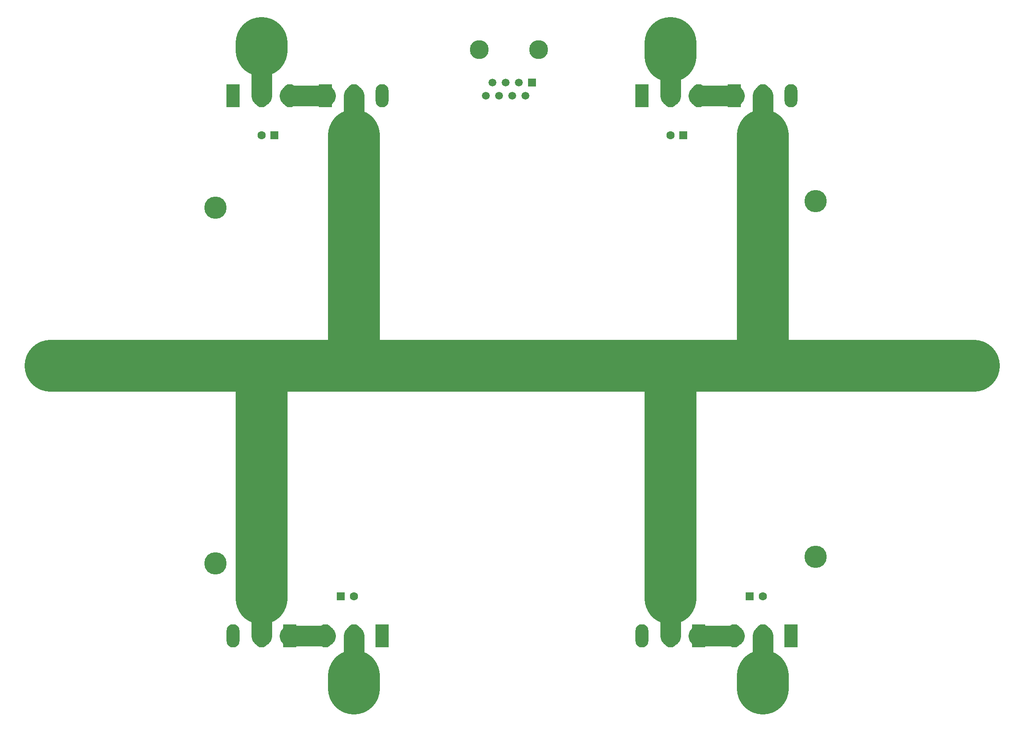
<source format=gbr>
G04 #@! TF.FileFunction,Soldermask,Top*
%FSLAX46Y46*%
G04 Gerber Fmt 4.6, Leading zero omitted, Abs format (unit mm)*
G04 Created by KiCad (PCBNEW 4.0.7) date 01/04/18 11:15:24*
%MOMM*%
%LPD*%
G01*
G04 APERTURE LIST*
%ADD10C,0.100000*%
%ADD11C,5.000000*%
%ADD12C,4.000000*%
%ADD13C,10.000000*%
%ADD14C,3.650000*%
%ADD15R,1.500000X1.500000*%
%ADD16C,1.500000*%
%ADD17C,4.300000*%
%ADD18R,1.600000X1.600000*%
%ADD19C,1.600000*%
%ADD20R,2.500000X4.500000*%
%ADD21O,2.500000X4.500000*%
%ADD22C,10.000000*%
G04 APERTURE END LIST*
D10*
D11*
X66040000Y71230000D02*
X66150000Y71120000D01*
D12*
X48260000Y17780000D02*
X48260000Y25030000D01*
D13*
X48260000Y69850000D02*
X66040000Y69850000D01*
D12*
X127000000Y17780000D02*
X127000000Y25030000D01*
D13*
X127000000Y69850000D02*
X144780000Y69850000D01*
X66040000Y69850000D02*
X127000000Y69850000D01*
X185420000Y69850000D02*
X144780000Y69850000D01*
X7620000Y69850000D02*
X48260000Y69850000D01*
X144780000Y69850000D02*
X144780000Y114300000D01*
D12*
X144780000Y121920000D02*
X144780000Y114300000D01*
D13*
X66040000Y71230000D02*
X66040000Y114300000D01*
X48260000Y69850000D02*
X48260000Y25030000D01*
X127000000Y69850000D02*
X127000000Y25030000D01*
D12*
X66040000Y121920000D02*
X66040000Y114300000D01*
D13*
X144780000Y7620000D02*
X144780000Y10129999D01*
D12*
X144780000Y17780000D02*
X144780000Y10129999D01*
X132450000Y17780000D02*
X139330000Y17780000D01*
D13*
X127000000Y132080000D02*
X127000000Y129570001D01*
D12*
X127000000Y121920000D02*
X127000000Y129570001D01*
X132450000Y121920000D02*
X139330000Y121920000D01*
D13*
X66040000Y7620000D02*
X66040000Y10129999D01*
D12*
X66040000Y17780000D02*
X66040000Y10129999D01*
X53710000Y17780000D02*
X60590000Y17780000D01*
D13*
X48260000Y132080000D02*
X48260000Y130670001D01*
D12*
X48260000Y130670001D02*
X48260000Y121920000D01*
X53710000Y121920000D02*
X60590000Y121920000D01*
D14*
X90170000Y130810000D03*
X101600000Y130810000D03*
D15*
X100330000Y124460000D03*
D16*
X99060000Y121920000D03*
X97790000Y124460000D03*
X96520000Y121920000D03*
X95250000Y124460000D03*
X93980000Y121920000D03*
X92710000Y124460000D03*
X91440000Y121920000D03*
D17*
X154940000Y33020000D03*
X39370000Y31750000D03*
X154940000Y101600000D03*
D18*
X50760000Y114300000D03*
D19*
X48260000Y114300000D03*
D18*
X63540000Y25400000D03*
D19*
X66040000Y25400000D03*
D18*
X129500000Y114300000D03*
D19*
X127000000Y114300000D03*
D18*
X142280000Y25400000D03*
D19*
X144780000Y25400000D03*
D20*
X60590000Y121920000D03*
D21*
X66040000Y121920000D03*
X71490000Y121920000D03*
D20*
X53710000Y17780000D03*
D21*
X48260000Y17780000D03*
X42810000Y17780000D03*
D20*
X139330000Y121920000D03*
D21*
X144780000Y121920000D03*
X150230000Y121920000D03*
D20*
X132450000Y17780000D03*
D21*
X127000000Y17780000D03*
X121550000Y17780000D03*
D22*
X127000000Y132080000D03*
X144780000Y7620000D03*
X185420000Y69850000D03*
D20*
X42810000Y121920000D03*
D21*
X48260000Y121920000D03*
X53710000Y121920000D03*
D20*
X71490000Y17780000D03*
D21*
X66040000Y17780000D03*
X60590000Y17780000D03*
D20*
X121550000Y121920000D03*
D21*
X127000000Y121920000D03*
X132450000Y121920000D03*
D20*
X150230000Y17780000D03*
D21*
X144780000Y17780000D03*
X139330000Y17780000D03*
D22*
X48260000Y132080000D03*
X66040000Y7620000D03*
X7620000Y69850000D03*
D17*
X39370000Y100330000D03*
M02*

</source>
